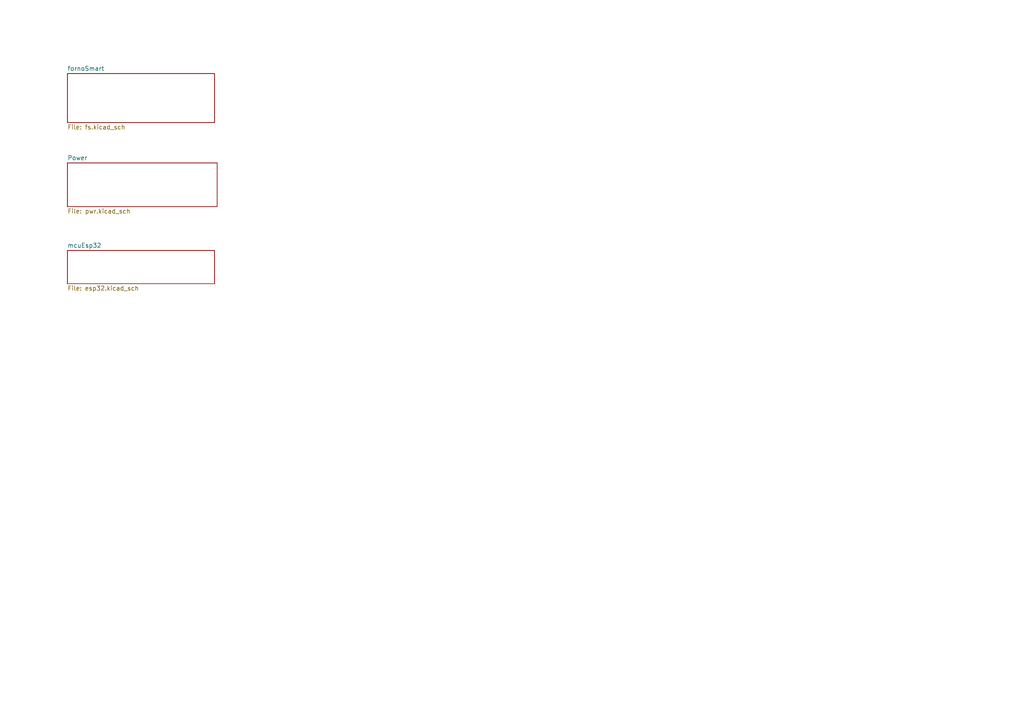
<source format=kicad_sch>
(kicad_sch
	(version 20250114)
	(generator "eeschema")
	(generator_version "9.0")
	(uuid "6bc83dad-cbb1-4ef8-a10f-291a62fee621")
	(paper "A4")
	(lib_symbols)
	(sheet
		(at 19.558 72.644)
		(size 42.672 9.652)
		(exclude_from_sim no)
		(in_bom yes)
		(on_board yes)
		(dnp no)
		(fields_autoplaced yes)
		(stroke
			(width 0.1524)
			(type solid)
		)
		(fill
			(color 0 0 0 0.0000)
		)
		(uuid "6176e4d4-69fb-4d95-99e0-7a2d4ae6a9dc")
		(property "Sheetname" "mcuEsp32"
			(at 19.558 71.9324 0)
			(effects
				(font
					(size 1.27 1.27)
				)
				(justify left bottom)
			)
		)
		(property "Sheetfile" "esp32.kicad_sch"
			(at 19.558 82.8806 0)
			(effects
				(font
					(size 1.27 1.27)
				)
				(justify left top)
			)
		)
		(instances
			(project "fornoSmart"
				(path "/6bc83dad-cbb1-4ef8-a10f-291a62fee621"
					(page "4")
				)
			)
		)
	)
	(sheet
		(at 19.558 47.244)
		(size 43.434 12.7)
		(exclude_from_sim no)
		(in_bom yes)
		(on_board yes)
		(dnp no)
		(fields_autoplaced yes)
		(stroke
			(width 0.1524)
			(type solid)
		)
		(fill
			(color 0 0 0 0.0000)
		)
		(uuid "67482896-4b81-471c-a1e5-cf2452903ed4")
		(property "Sheetname" "Power"
			(at 19.558 46.5324 0)
			(effects
				(font
					(size 1.27 1.27)
				)
				(justify left bottom)
			)
		)
		(property "Sheetfile" "pwr.kicad_sch"
			(at 19.558 60.5286 0)
			(effects
				(font
					(size 1.27 1.27)
				)
				(justify left top)
			)
		)
		(instances
			(project "fornoSmart"
				(path "/6bc83dad-cbb1-4ef8-a10f-291a62fee621"
					(page "3")
				)
			)
		)
	)
	(sheet
		(at 19.558 21.336)
		(size 42.672 14.224)
		(exclude_from_sim no)
		(in_bom yes)
		(on_board yes)
		(dnp no)
		(fields_autoplaced yes)
		(stroke
			(width 0.1524)
			(type solid)
		)
		(fill
			(color 0 0 0 0.0000)
		)
		(uuid "933a1af9-5053-4126-94a9-2e39d63a5001")
		(property "Sheetname" "fornoSmart"
			(at 19.558 20.6244 0)
			(effects
				(font
					(size 1.27 1.27)
				)
				(justify left bottom)
			)
		)
		(property "Sheetfile" "fs.kicad_sch"
			(at 19.558 36.1446 0)
			(effects
				(font
					(size 1.27 1.27)
				)
				(justify left top)
			)
		)
		(instances
			(project "fornoSmart"
				(path "/6bc83dad-cbb1-4ef8-a10f-291a62fee621"
					(page "2")
				)
			)
		)
	)
	(sheet_instances
		(path "/"
			(page "1")
		)
	)
	(embedded_fonts no)
)

</source>
